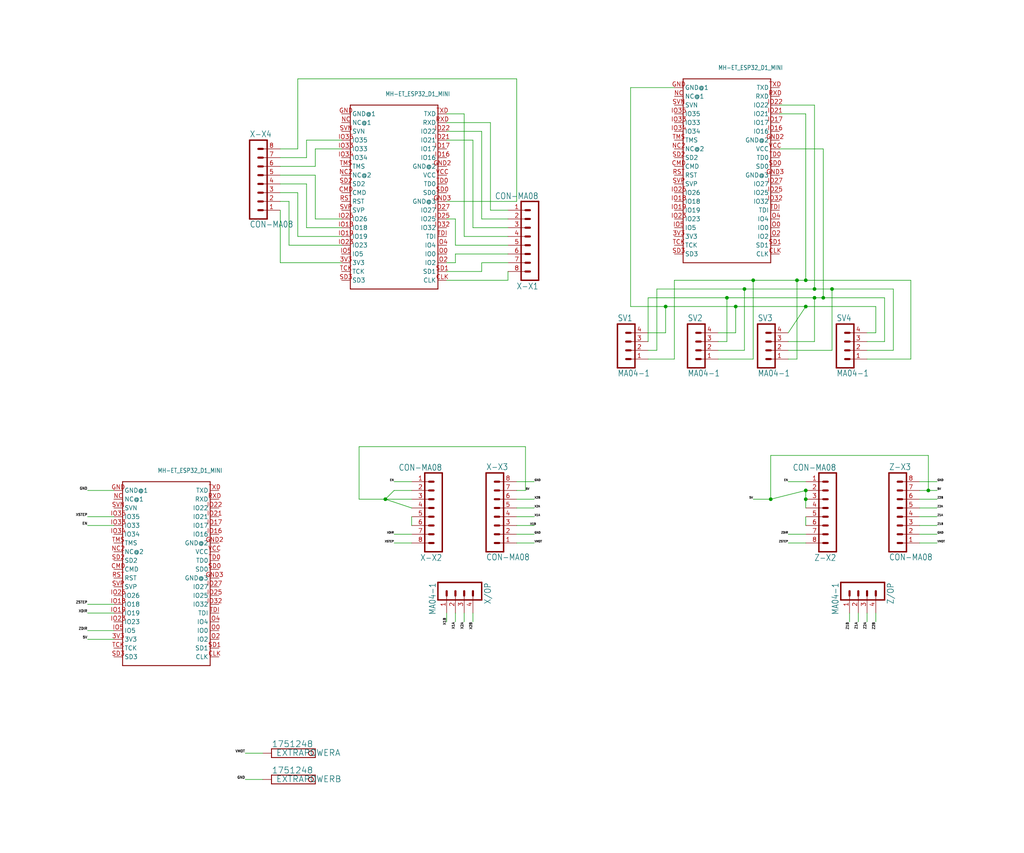
<source format=kicad_sch>
(kicad_sch (version 20211123) (generator eeschema)
  (paper "User" 297.002 247.371)
  (lib_symbols
    (symbol "UC2_Insert_Feather_v3-eagle-import:1751248"
      (property "Reference" "X" (at 1.27 -0.889 0))
      (property "Value" "1751248" (at 0 1.651 0))
      (symbol "1751248_1_0"
        (polyline (pts (xy 0 -1.27) (xy 0 1.27)) (stroke (width 0.254)))
        (polyline (pts (xy 0 1.27) (xy 12.7 1.27)) (stroke (width 0.254)))
        (polyline (pts (xy 12.7 -1.27) (xy 0 -1.27)) (stroke (width 0.254)))
        (polyline (pts (xy 12.7 -1.27) (xy 12.7 1.27)) (stroke (width 0.254)))
        (circle (center 11.43 0) (radius 0.6839) (stroke (width 0.254)))
        (pin passive line (at -2.54 0 0) (length 2.54) (name "K") (number "1"))
      )
      (symbol "1751248_2_0"
        (polyline (pts (xy 0 -1.27) (xy 0 1.27)) (stroke (width 0.254)))
        (polyline (pts (xy 0 1.27) (xy 12.7 1.27)) (stroke (width 0.254)))
        (polyline (pts (xy 12.7 -1.27) (xy 0 -1.27)) (stroke (width 0.254)))
        (polyline (pts (xy 12.7 -1.27) (xy 12.7 1.27)) (stroke (width 0.254)))
        (circle (center 11.43 0) (radius 0.6839) (stroke (width 0.254)))
        (pin passive line (at -2.54 0 0) (length 2.54) (name "K") (number "2"))
      )
    )
    (symbol "UC2_Insert_Feather_v3-eagle-import:CON-MA08"
      (property "Value" "CON-MA08" (at -3.81 -15.24 0))
      (symbol "CON-MA08_1_0"
        (polyline (pts (xy -3.81 10.16) (xy -3.81 -12.7)) (stroke (width 0.4064)))
        (polyline (pts (xy -3.81 10.16) (xy 1.27 10.16)) (stroke (width 0.4064)))
        (polyline (pts (xy -1.27 -10.16) (xy 0 -10.16)) (stroke (width 0.6096)))
        (polyline (pts (xy -1.27 -7.62) (xy 0 -7.62)) (stroke (width 0.6096)))
        (polyline (pts (xy -1.27 -5.08) (xy 0 -5.08)) (stroke (width 0.6096)))
        (polyline (pts (xy -1.27 -2.54) (xy 0 -2.54)) (stroke (width 0.6096)))
        (polyline (pts (xy -1.27 0) (xy 0 0)) (stroke (width 0.6096)))
        (polyline (pts (xy -1.27 2.54) (xy 0 2.54)) (stroke (width 0.6096)))
        (polyline (pts (xy -1.27 5.08) (xy 0 5.08)) (stroke (width 0.6096)))
        (polyline (pts (xy -1.27 7.62) (xy 0 7.62)) (stroke (width 0.6096)))
        (polyline (pts (xy 1.27 -12.7) (xy -3.81 -12.7)) (stroke (width 0.4064)))
        (polyline (pts (xy 1.27 -12.7) (xy 1.27 10.16)) (stroke (width 0.4064)))
        (pin passive line (at 5.08 -10.16 180) (length 5.08) (name "1") (number "1"))
        (pin passive line (at 5.08 -7.62 180) (length 5.08) (name "2") (number "2"))
        (pin passive line (at 5.08 -5.08 180) (length 5.08) (name "3") (number "3"))
        (pin passive line (at 5.08 -2.54 180) (length 5.08) (name "4") (number "4"))
        (pin passive line (at 5.08 0 180) (length 5.08) (name "5") (number "5"))
        (pin passive line (at 5.08 2.54 180) (length 5.08) (name "6") (number "6"))
        (pin passive line (at 5.08 5.08 180) (length 5.08) (name "7") (number "7"))
        (pin passive line (at 5.08 7.62 180) (length 5.08) (name "8") (number "8"))
      )
    )
    (symbol "UC2_Insert_Feather_v3-eagle-import:MA04-1"
      (property "Reference" "SV" (at -1.27 5.842 0))
      (property "Value" "MA04-1" (at -1.27 -10.16 0))
      (symbol "MA04-1_1_0"
        (polyline (pts (xy -1.27 5.08) (xy -1.27 -7.62)) (stroke (width 0.4064)))
        (polyline (pts (xy -1.27 5.08) (xy 3.81 5.08)) (stroke (width 0.4064)))
        (polyline (pts (xy 1.27 -5.08) (xy 2.54 -5.08)) (stroke (width 0.6096)))
        (polyline (pts (xy 1.27 -2.54) (xy 2.54 -2.54)) (stroke (width 0.6096)))
        (polyline (pts (xy 1.27 0) (xy 2.54 0)) (stroke (width 0.6096)))
        (polyline (pts (xy 1.27 2.54) (xy 2.54 2.54)) (stroke (width 0.6096)))
        (polyline (pts (xy 3.81 -7.62) (xy -1.27 -7.62)) (stroke (width 0.4064)))
        (polyline (pts (xy 3.81 -7.62) (xy 3.81 5.08)) (stroke (width 0.4064)))
        (pin passive line (at 7.62 -5.08 180) (length 5.08) (name "1") (number "1"))
        (pin passive line (at 7.62 -2.54 180) (length 5.08) (name "2") (number "2"))
        (pin passive line (at 7.62 0 180) (length 5.08) (name "3") (number "3"))
        (pin passive line (at 7.62 2.54 180) (length 5.08) (name "4") (number "4"))
      )
    )
    (symbol "UC2_Insert_Feather_v3-eagle-import:MH-ET_ESP32_D1_MINI"
      (property "Value" "MH-ET_ESP32_D1_MINI" (at -2.54 20.32 0))
      (symbol "MH-ET_ESP32_D1_MINI_1_0"
        (polyline (pts (xy -12.7 -35.56) (xy -12.7 17.78)) (stroke (width 0.254)))
        (polyline (pts (xy -12.7 17.78) (xy 12.7 17.78)) (stroke (width 0.254)))
        (polyline (pts (xy 12.7 -35.56) (xy -12.7 -35.56)) (stroke (width 0.254)))
        (polyline (pts (xy 12.7 17.78) (xy 12.7 -35.56)) (stroke (width 0.254)))
        (pin bidirectional line (at -15.24 -27.94 0) (length 2.54) (name "3V3") (number "3V3"))
        (pin bidirectional line (at 15.24 -33.02 180) (length 2.54) (name "CLK") (number "CLK"))
        (pin bidirectional line (at -15.24 -7.62 0) (length 2.54) (name "CMD") (number "CMD"))
        (pin bidirectional line (at -15.24 15.24 0) (length 2.54) (name "GND@1") (number "GND"))
        (pin bidirectional line (at 15.24 0 180) (length 2.54) (name "GND@2") (number "GND2"))
        (pin bidirectional line (at 15.24 -10.16 180) (length 2.54) (name "GND@3") (number "GND3"))
        (pin bidirectional line (at 15.24 -25.4 180) (length 2.54) (name "IO0") (number "IO0"))
        (pin bidirectional line (at 15.24 2.54 180) (length 2.54) (name "IO16") (number "IO16"))
        (pin bidirectional line (at 15.24 5.08 180) (length 2.54) (name "IO17") (number "IO17"))
        (pin bidirectional line (at -15.24 -17.78 0) (length 2.54) (name "IO18") (number "IO18"))
        (pin bidirectional line (at -15.24 -20.32 0) (length 2.54) (name "IO19") (number "IO19"))
        (pin bidirectional line (at 15.24 -27.94 180) (length 2.54) (name "IO2") (number "IO2"))
        (pin bidirectional line (at 15.24 7.62 180) (length 2.54) (name "IO21") (number "IO21"))
        (pin bidirectional line (at 15.24 10.16 180) (length 2.54) (name "IO22") (number "IO22"))
        (pin bidirectional line (at -15.24 -22.86 0) (length 2.54) (name "IO23") (number "IO23"))
        (pin bidirectional line (at 15.24 -15.24 180) (length 2.54) (name "IO25") (number "IO25"))
        (pin bidirectional line (at -15.24 -15.24 0) (length 2.54) (name "IO26") (number "IO26"))
        (pin bidirectional line (at 15.24 -12.7 180) (length 2.54) (name "IO27") (number "IO27"))
        (pin bidirectional line (at 15.24 -17.78 180) (length 2.54) (name "IO32") (number "IO32"))
        (pin bidirectional line (at -15.24 5.08 0) (length 2.54) (name "IO33") (number "IO33"))
        (pin bidirectional line (at -15.24 2.54 0) (length 2.54) (name "IO34") (number "IO34"))
        (pin bidirectional line (at -15.24 7.62 0) (length 2.54) (name "IO35") (number "IO35"))
        (pin bidirectional line (at 15.24 -22.86 180) (length 2.54) (name "IO4") (number "IO4"))
        (pin bidirectional line (at -15.24 -25.4 0) (length 2.54) (name "IO5") (number "IO5"))
        (pin bidirectional line (at -15.24 12.7 0) (length 2.54) (name "NC@1") (number "NC"))
        (pin bidirectional line (at -15.24 -2.54 0) (length 2.54) (name "NC@2") (number "NC2"))
        (pin bidirectional line (at -15.24 -10.16 0) (length 2.54) (name "RST") (number "RST"))
        (pin bidirectional line (at 15.24 12.7 180) (length 2.54) (name "RXD") (number "RXD"))
        (pin bidirectional line (at 15.24 -7.62 180) (length 2.54) (name "SD0") (number "SD0"))
        (pin bidirectional line (at 15.24 -30.48 180) (length 2.54) (name "SD1") (number "SD1"))
        (pin bidirectional line (at -15.24 -5.08 0) (length 2.54) (name "SD2") (number "SD2"))
        (pin bidirectional line (at -15.24 -33.02 0) (length 2.54) (name "SD3") (number "SD3"))
        (pin bidirectional line (at -15.24 10.16 0) (length 2.54) (name "SVN") (number "SVN"))
        (pin bidirectional line (at -15.24 -12.7 0) (length 2.54) (name "SVP") (number "SVP"))
        (pin bidirectional line (at -15.24 -30.48 0) (length 2.54) (name "TCK") (number "TCK"))
        (pin bidirectional line (at 15.24 -5.08 180) (length 2.54) (name "TD0") (number "TD0"))
        (pin bidirectional line (at 15.24 -20.32 180) (length 2.54) (name "TDI") (number "TDI"))
        (pin bidirectional line (at -15.24 0 0) (length 2.54) (name "TMS") (number "TMS"))
        (pin bidirectional line (at 15.24 15.24 180) (length 2.54) (name "TXD") (number "TXD"))
        (pin bidirectional line (at 15.24 -2.54 180) (length 2.54) (name "VCC") (number "VCC"))
      )
    )
  )
  (junction (at 241.3 83.82))
  (junction (at 210.82 86.36))
  (junction (at 111.76 144.78))
  (junction (at 215.9 83.82))
  (junction (at 233.68 88.9))
  (junction (at 233.68 81.28))
  (junction (at 223.52 144.78))
  (junction (at 231.14 81.28))
  (junction (at 218.44 81.28))
  (junction (at 193.04 88.9))
  (junction (at 213.36 88.9))
  (junction (at 269.24 142.24))
  (junction (at 233.68 142.24))
  (junction (at 233.68 144.78))
  (junction (at 236.22 86.36))
  (junction (at 238.76 86.36))
  (junction (at 236.22 83.82))
  (wire (pts (xy 119.38 139.7) (xy 114.3 139.7)))
  (wire (pts (xy 147.32 81.28) (xy 147.32 78.74)))
  (wire (pts (xy 218.44 104.14) (xy 208.28 104.14)))
  (wire (pts (xy 251.46 177.8) (xy 251.46 180.34)))
  (wire (pts (xy 241.3 101.6) (xy 228.6 101.6)))
  (wire (pts (xy 193.04 96.52) (xy 187.96 96.52)))
  (wire (pts (xy 149.86 58.42) (xy 129.54 58.42)))
  (wire (pts (xy 236.22 86.36) (xy 210.82 86.36)))
  (wire (pts (xy 91.44 48.26) (xy 81.28 48.26)))
  (wire (pts (xy 83.82 71.12) (xy 83.82 58.42)))
  (wire (pts (xy 86.36 43.18) (xy 81.28 43.18)))
  (wire (pts (xy 119.38 149.86) (xy 119.38 152.4)))
  (wire (pts (xy 248.92 177.8) (xy 248.92 180.34)))
  (wire (pts (xy 33.02 182.88) (xy 25.4 182.88)))
  (wire (pts (xy 218.44 81.28) (xy 218.44 104.14)))
  (wire (pts (xy 149.86 157.48) (xy 154.94 157.48)))
  (wire (pts (xy 226.06 30.48) (xy 236.22 30.48)))
  (wire (pts (xy 132.08 177.8) (xy 132.08 180.34)))
  (wire (pts (xy 111.76 144.78) (xy 104.14 144.78)))
  (wire (pts (xy 91.44 63.5) (xy 91.44 50.8)))
  (wire (pts (xy 236.22 30.48) (xy 236.22 83.82)))
  (wire (pts (xy 266.7 147.32) (xy 271.78 147.32)))
  (wire (pts (xy 215.9 83.82) (xy 215.9 101.6)))
  (wire (pts (xy 86.36 68.58) (xy 86.36 55.88)))
  (wire (pts (xy 231.14 104.14) (xy 228.6 104.14)))
  (wire (pts (xy 190.5 83.82) (xy 190.5 101.6)))
  (wire (pts (xy 86.36 22.86) (xy 149.86 22.86)))
  (wire (pts (xy 190.5 101.6) (xy 187.96 101.6)))
  (wire (pts (xy 137.16 177.8) (xy 137.16 180.34)))
  (wire (pts (xy 139.7 76.2) (xy 147.32 76.2)))
  (wire (pts (xy 215.9 101.6) (xy 208.28 101.6)))
  (wire (pts (xy 86.36 55.88) (xy 81.28 55.88)))
  (wire (pts (xy 238.76 86.36) (xy 236.22 86.36)))
  (wire (pts (xy 33.02 185.42) (xy 25.4 185.42)))
  (wire (pts (xy 132.08 76.2) (xy 132.08 73.66)))
  (wire (pts (xy 137.16 40.64) (xy 129.54 40.64)))
  (wire (pts (xy 241.3 83.82) (xy 241.3 101.6)))
  (wire (pts (xy 210.82 86.36) (xy 210.82 99.06)))
  (wire (pts (xy 33.02 142.24) (xy 25.4 142.24)))
  (wire (pts (xy 99.06 63.5) (xy 91.44 63.5)))
  (wire (pts (xy 91.44 43.18) (xy 91.44 48.26)))
  (wire (pts (xy 134.62 33.02) (xy 134.62 68.58)))
  (wire (pts (xy 195.58 104.14) (xy 187.96 104.14)))
  (wire (pts (xy 149.86 22.86) (xy 149.86 58.42)))
  (wire (pts (xy 210.82 99.06) (xy 208.28 99.06)))
  (wire (pts (xy 233.68 154.94) (xy 228.6 154.94)))
  (wire (pts (xy 233.68 81.28) (xy 264.16 81.28)))
  (wire (pts (xy 259.08 101.6) (xy 251.46 101.6)))
  (wire (pts (xy 236.22 99.06) (xy 228.6 99.06)))
  (wire (pts (xy 137.16 40.64) (xy 137.16 66.04)))
  (wire (pts (xy 104.14 129.54) (xy 152.4 129.54)))
  (wire (pts (xy 129.54 63.5) (xy 132.08 63.5)))
  (wire (pts (xy 149.86 139.7) (xy 154.94 139.7)))
  (wire (pts (xy 266.7 154.94) (xy 271.78 154.94)))
  (wire (pts (xy 142.24 60.96) (xy 147.32 60.96)))
  (wire (pts (xy 88.9 66.04) (xy 88.9 53.34)))
  (wire (pts (xy 193.04 88.9) (xy 193.04 96.52)))
  (wire (pts (xy 233.68 88.9) (xy 254 88.9)))
  (wire (pts (xy 129.54 38.1) (xy 139.7 38.1)))
  (wire (pts (xy 254 96.52) (xy 251.46 96.52)))
  (wire (pts (xy 119.38 154.94) (xy 114.3 154.94)))
  (wire (pts (xy 233.68 81.28) (xy 231.14 81.28)))
  (wire (pts (xy 210.82 86.36) (xy 187.96 86.36)))
  (wire (pts (xy 142.24 35.56) (xy 142.24 60.96)))
  (wire (pts (xy 119.38 147.32) (xy 111.76 144.78)))
  (wire (pts (xy 182.88 25.4) (xy 182.88 88.9)))
  (wire (pts (xy 132.08 73.66) (xy 147.32 73.66)))
  (wire (pts (xy 76.2 226.06) (xy 71.12 226.06)))
  (wire (pts (xy 241.3 83.82) (xy 259.08 83.82)))
  (wire (pts (xy 226.06 33.02) (xy 233.68 33.02)))
  (wire (pts (xy 187.96 86.36) (xy 187.96 99.06)))
  (wire (pts (xy 233.68 147.32) (xy 233.68 144.78)))
  (wire (pts (xy 33.02 149.86) (xy 25.4 149.86)))
  (wire (pts (xy 99.06 76.2) (xy 81.28 76.2)))
  (wire (pts (xy 149.86 142.24) (xy 152.4 142.24)))
  (wire (pts (xy 104.14 144.78) (xy 104.14 129.54)))
  (wire (pts (xy 129.54 177.8) (xy 129.54 180.34)))
  (wire (pts (xy 129.54 35.56) (xy 142.24 35.56)))
  (wire (pts (xy 236.22 83.82) (xy 215.9 83.82)))
  (wire (pts (xy 33.02 175.26) (xy 25.4 175.26)))
  (wire (pts (xy 132.08 71.12) (xy 147.32 71.12)))
  (wire (pts (xy 254 177.8) (xy 254 180.34)))
  (wire (pts (xy 213.36 96.52) (xy 208.28 96.52)))
  (wire (pts (xy 149.86 152.4) (xy 154.94 152.4)))
  (wire (pts (xy 238.76 43.18) (xy 238.76 86.36)))
  (wire (pts (xy 88.9 45.72) (xy 81.28 45.72)))
  (wire (pts (xy 269.24 132.08) (xy 269.24 142.24)))
  (wire (pts (xy 147.32 63.5) (xy 139.7 63.5)))
  (wire (pts (xy 195.58 81.28) (xy 195.58 104.14)))
  (wire (pts (xy 76.2 218.44) (xy 71.12 218.44)))
  (wire (pts (xy 119.38 157.48) (xy 114.3 157.48)))
  (wire (pts (xy 149.86 154.94) (xy 154.94 154.94)))
  (wire (pts (xy 195.58 25.4) (xy 182.88 25.4)))
  (wire (pts (xy 213.36 88.9) (xy 213.36 96.52)))
  (wire (pts (xy 134.62 68.58) (xy 147.32 68.58)))
  (wire (pts (xy 99.06 43.18) (xy 91.44 43.18)))
  (wire (pts (xy 134.62 33.02) (xy 129.54 33.02)))
  (wire (pts (xy 266.7 142.24) (xy 269.24 142.24)))
  (wire (pts (xy 233.68 33.02) (xy 233.68 81.28)))
  (wire (pts (xy 86.36 43.18) (xy 86.36 22.86)))
  (wire (pts (xy 129.54 76.2) (xy 132.08 76.2)))
  (wire (pts (xy 246.38 177.8) (xy 246.38 180.34)))
  (wire (pts (xy 213.36 88.9) (xy 233.68 88.9)))
  (wire (pts (xy 223.52 132.08) (xy 269.24 132.08)))
  (wire (pts (xy 259.08 83.82) (xy 259.08 101.6)))
  (wire (pts (xy 233.68 157.48) (xy 228.6 157.48)))
  (wire (pts (xy 129.54 81.28) (xy 147.32 81.28)))
  (wire (pts (xy 149.86 144.78) (xy 154.94 144.78)))
  (wire (pts (xy 266.7 149.86) (xy 271.78 149.86)))
  (wire (pts (xy 215.9 83.82) (xy 190.5 83.82)))
  (wire (pts (xy 33.02 152.4) (xy 25.4 152.4)))
  (wire (pts (xy 99.06 66.04) (xy 88.9 66.04)))
  (wire (pts (xy 114.3 142.24) (xy 111.76 144.78)))
  (wire (pts (xy 99.06 71.12) (xy 83.82 71.12)))
  (wire (pts (xy 88.9 53.34) (xy 81.28 53.34)))
  (wire (pts (xy 139.7 63.5) (xy 139.7 38.1)))
  (wire (pts (xy 91.44 50.8) (xy 81.28 50.8)))
  (wire (pts (xy 33.02 177.8) (xy 25.4 177.8)))
  (wire (pts (xy 231.14 81.28) (xy 218.44 81.28)))
  (wire (pts (xy 132.08 63.5) (xy 132.08 71.12)))
  (wire (pts (xy 256.54 86.36) (xy 256.54 99.06)))
  (wire (pts (xy 236.22 83.82) (xy 241.3 83.82)))
  (wire (pts (xy 256.54 99.06) (xy 251.46 99.06)))
  (wire (pts (xy 223.52 144.78) (xy 218.44 144.78)))
  (wire (pts (xy 264.16 104.14) (xy 251.46 104.14)))
  (wire (pts (xy 119.38 142.24) (xy 114.3 142.24)))
  (wire (pts (xy 182.88 88.9) (xy 193.04 88.9)))
  (wire (pts (xy 119.38 144.78) (xy 111.76 144.78)))
  (wire (pts (xy 266.7 152.4) (xy 271.78 152.4)))
  (wire (pts (xy 193.04 88.9) (xy 213.36 88.9)))
  (wire (pts (xy 223.52 144.78) (xy 233.68 142.24)))
  (wire (pts (xy 149.86 149.86) (xy 154.94 149.86)))
  (wire (pts (xy 152.4 129.54) (xy 152.4 142.24)))
  (wire (pts (xy 231.14 81.28) (xy 231.14 104.14)))
  (wire (pts (xy 129.54 78.74) (xy 139.7 78.74)))
  (wire (pts (xy 266.7 144.78) (xy 271.78 144.78)))
  (wire (pts (xy 254 88.9) (xy 254 96.52)))
  (wire (pts (xy 238.76 86.36) (xy 256.54 86.36)))
  (wire (pts (xy 139.7 78.74) (xy 139.7 76.2)))
  (wire (pts (xy 233.68 88.9) (xy 228.6 96.52)))
  (wire (pts (xy 99.06 68.58) (xy 86.36 68.58)))
  (wire (pts (xy 226.06 43.18) (xy 238.76 43.18)))
  (wire (pts (xy 233.68 149.86) (xy 233.68 152.4)))
  (wire (pts (xy 266.7 139.7) (xy 271.78 139.7)))
  (wire (pts (xy 88.9 40.64) (xy 88.9 45.72)))
  (wire (pts (xy 266.7 157.48) (xy 271.78 157.48)))
  (wire (pts (xy 149.86 147.32) (xy 154.94 147.32)))
  (wire (pts (xy 269.24 142.24) (xy 271.78 142.24)))
  (wire (pts (xy 137.16 66.04) (xy 147.32 66.04)))
  (wire (pts (xy 236.22 86.36) (xy 236.22 99.06)))
  (wire (pts (xy 223.52 144.78) (xy 223.52 132.08)))
  (wire (pts (xy 218.44 81.28) (xy 195.58 81.28)))
  (wire (pts (xy 83.82 58.42) (xy 81.28 58.42)))
  (wire (pts (xy 264.16 81.28) (xy 264.16 104.14)))
  (wire (pts (xy 134.62 177.8) (xy 134.62 180.34)))
  (wire (pts (xy 233.68 142.24) (xy 233.68 144.78)))
  (wire (pts (xy 81.28 76.2) (xy 81.28 60.96)))
  (wire (pts (xy 99.06 40.64) (xy 88.9 40.64)))
  (wire (pts (xy 233.68 139.7) (xy 228.6 139.7)))
  (label "Z2A" (at 251.46 180.34 270) (effects (font (size 0.7112 0.7112))))
  (label "5V" (at 218.44 144.78 180) (effects (font (size 0.569 0.569))))
  (label "5V" (at 271.78 142.24 0) (effects (font (size 0.569 0.569))))
  (label "Z1B" (at 271.78 152.4 0) (effects (font (size 0.569 0.569))))
  (label "EN" (at 228.6 139.7 180) (effects (font (size 0.569 0.569))))
  (label "X1A" (at 154.94 149.86 0) (effects (font (size 0.569 0.569))))
  (label "Z2B" (at 254 180.34 270) (effects (font (size 0.7112 0.7112))))
  (label "XSTEP" (at 114.3 157.48 180) (effects (font (size 0.569 0.569))))
  (label "X1B" (at 129.54 179.07 270) (effects (font (size 0.7112 0.7112))))
  (label "XSTEP" (at 25.4 149.86 180) (effects (font (size 0.7112 0.7112))))
  (label "GND" (at 154.94 154.94 0) (effects (font (size 0.569 0.569))))
  (label "5V" (at 25.4 185.42 180) (effects (font (size 0.7112 0.7112))))
  (label "Z1A" (at 248.92 180.34 270) (effects (font (size 0.7112 0.7112))))
  (label "Z1A" (at 271.78 149.86 0) (effects (font (size 0.569 0.569))))
  (label "EN" (at 114.3 139.7 180) (effects (font (size 0.569 0.569))))
  (label "Z2B" (at 271.78 144.78 0) (effects (font (size 0.569 0.569))))
  (label "X1B" (at 153.67 152.4 0) (effects (font (size 0.569 0.569))))
  (label "XDIR" (at 25.4 177.8 180) (effects (font (size 0.7112 0.7112))))
  (label "VMOT" (at 71.12 218.44 180) (effects (font (size 0.7112 0.7112))))
  (label "XDIR" (at 114.3 154.94 180) (effects (font (size 0.569 0.569))))
  (label "GND" (at 271.78 154.94 0) (effects (font (size 0.569 0.569))))
  (label "X1A" (at 132.08 180.34 270) (effects (font (size 0.7112 0.7112))))
  (label "ZDIR" (at 25.4 182.88 180) (effects (font (size 0.7112 0.7112))))
  (label "Z1B" (at 246.38 180.34 270) (effects (font (size 0.7112 0.7112))))
  (label "VMOT" (at 271.78 157.48 0) (effects (font (size 0.569 0.569))))
  (label "VMOT" (at 154.94 157.48 0) (effects (font (size 0.569 0.569))))
  (label "ZDIR" (at 228.6 154.94 180) (effects (font (size 0.569 0.569))))
  (label "GND" (at 25.4 142.24 180) (effects (font (size 0.7112 0.7112))))
  (label "X2B" (at 137.16 180.34 270) (effects (font (size 0.7112 0.7112))))
  (label "GND" (at 154.94 139.7 0) (effects (font (size 0.569 0.569))))
  (label "GND" (at 271.78 139.7 0) (effects (font (size 0.569 0.569))))
  (label "5V" (at 152.4 142.24 0) (effects (font (size 0.569 0.569))))
  (label "ZSTEP" (at 25.4 175.26 180) (effects (font (size 0.7112 0.7112))))
  (label "X2B" (at 154.94 144.78 0) (effects (font (size 0.569 0.569))))
  (label "X2A" (at 134.62 180.34 270) (effects (font (size 0.7112 0.7112))))
  (label "X2A" (at 154.94 147.32 0) (effects (font (size 0.569 0.569))))
  (label "GND" (at 71.12 226.06 180) (effects (font (size 0.7112 0.7112))))
  (label "EN" (at 25.4 152.4 180) (effects (font (size 0.7112 0.7112))))
  (label "Z2A" (at 271.78 147.32 0) (effects (font (size 0.569 0.569))))
  (label "ZSTEP" (at 228.6 157.48 180) (effects (font (size 0.569 0.569))))
  (symbol (lib_id "UC2_Insert_Feather_v3-eagle-import:MH-ET_ESP32_D1_MINI") (at 114.3 48.26 0)
    (property "Reference" "U$1" (effects hide))
    (property "Value" "MH-ET_ESP32_D1_MINI" (at 111.76 27.94 0) (effects (font (size 1.27 1.0795)) (justify left bottom)))
    (property "Footprint" "UC2_Insert_Feather_v3:MH-ET_ESP32_D1_MINI" (effects hide))
  )
  (symbol (lib_id "UC2_Insert_Feather_v3-eagle-import:MA04-1") (at 243.84 99.06 0)
    (property "Reference" "SV4" (at 242.57 93.218 0) (effects (font (size 1.778 1.5113)) (justify left bottom)))
    (property "Value" "MA04-1" (at 242.57 109.22 0) (effects (font (size 1.778 1.5113)) (justify left bottom)))
    (property "Footprint" "UC2_Insert_Feather_v3:MA04-1" (effects hide))
  )
  (symbol (lib_id "UC2_Insert_Feather_v3-eagle-import:MA04-1") (at 220.98 99.06 0)
    (property "Reference" "SV3" (at 219.71 93.218 0) (effects (font (size 1.778 1.5113)) (justify left bottom)))
    (property "Value" "MA04-1" (at 219.71 109.22 0) (effects (font (size 1.778 1.5113)) (justify left bottom)))
    (property "Footprint" "UC2_Insert_Feather_v3:MA04-1" (effects hide))
  )
  (symbol (lib_id "UC2_Insert_Feather_v3-eagle-import:MA04-1") (at 134.62 170.18 270)
    (property "Reference" "X/OP" (at 140.462 168.91 0) (effects (font (size 1.778 1.5113)) (justify left bottom)))
    (property "Value" "MA04-1" (at 124.46 168.91 0) (effects (font (size 1.778 1.5113)) (justify left bottom)))
    (property "Footprint" "UC2_Insert_Feather_v3:MA04-1" (effects hide))
  )
  (symbol (lib_id "UC2_Insert_Feather_v3-eagle-import:CON-MA08") (at 238.76 149.86 180)
    (property "Reference" "Z-X2" (at 242.57 160.782 0) (effects (font (size 1.778 1.5113)) (justify left bottom)))
    (property "Value" "CON-MA08" (at 242.57 134.62 0) (effects (font (size 1.778 1.5113)) (justify left bottom)))
    (property "Footprint" "UC2_Insert_Feather_v3:MA08" (effects hide))
  )
  (symbol (lib_id "UC2_Insert_Feather_v3-eagle-import:MH-ET_ESP32_D1_MINI") (at 210.82 40.64 0)
    (property "Reference" "U$2" (effects hide))
    (property "Value" "MH-ET_ESP32_D1_MINI" (at 208.28 20.32 0) (effects (font (size 1.27 1.0795)) (justify left bottom)))
    (property "Footprint" "UC2_Insert_Feather_v3:MH-ET_ESP32_D1_MINI" (effects hide))
  )
  (symbol (lib_id "UC2_Insert_Feather_v3-eagle-import:CON-MA08") (at 152.4 71.12 180)
    (property "Reference" "X-X1" (at 156.21 82.042 0) (effects (font (size 1.778 1.5113)) (justify left bottom)))
    (property "Value" "CON-MA08" (at 156.21 55.88 0) (effects (font (size 1.778 1.5113)) (justify left bottom)))
    (property "Footprint" "UC2_Insert_Feather_v3:MA08" (effects hide))
  )
  (symbol (lib_id "UC2_Insert_Feather_v3-eagle-import:1751248") (at 78.74 218.44 0)
    (property "Reference" "EXTRAPOWER" (at 80.01 219.329 0) (effects (font (size 1.778 1.778)) (justify left bottom)))
    (property "Value" "1751248" (at 78.74 216.789 0) (effects (font (size 1.778 1.778)) (justify left bottom)))
    (property "Footprint" "UC2_Insert_Feather_v3:1751248" (effects hide))
  )
  (symbol (lib_id "UC2_Insert_Feather_v3-eagle-import:MA04-1") (at 251.46 170.18 270)
    (property "Reference" "Z/OP" (at 257.302 168.91 0) (effects (font (size 1.778 1.5113)) (justify left bottom)))
    (property "Value" "MA04-1" (at 241.3 168.91 0) (effects (font (size 1.778 1.5113)) (justify left bottom)))
    (property "Footprint" "UC2_Insert_Feather_v3:MA04-1" (effects hide))
  )
  (symbol (lib_id "UC2_Insert_Feather_v3-eagle-import:CON-MA08") (at 124.46 149.86 180)
    (property "Reference" "X-X2" (at 128.27 160.782 0) (effects (font (size 1.778 1.5113)) (justify left bottom)))
    (property "Value" "CON-MA08" (at 128.27 134.62 0) (effects (font (size 1.778 1.5113)) (justify left bottom)))
    (property "Footprint" "UC2_Insert_Feather_v3:MA08" (effects hide))
  )
  (symbol (lib_id "UC2_Insert_Feather_v3-eagle-import:CON-MA08") (at 261.62 147.32 0)
    (property "Reference" "Z-X3" (at 257.81 136.398 0) (effects (font (size 1.778 1.5113)) (justify left bottom)))
    (property "Value" "CON-MA08" (at 257.81 162.56 0) (effects (font (size 1.778 1.5113)) (justify left bottom)))
    (property "Footprint" "UC2_Insert_Feather_v3:MA08" (effects hide))
  )
  (symbol (lib_id "UC2_Insert_Feather_v3-eagle-import:1751248") (at 78.74 226.06 0)
    (property "Reference" "EXTRAPOWER" (at 80.01 226.949 0) (effects (font (size 1.778 1.778)) (justify left bottom)))
    (property "Value" "1751248" (at 78.74 224.409 0) (effects (font (size 1.778 1.778)) (justify left bottom)))
    (property "Footprint" "UC2_Insert_Feather_v3:1751248" (effects hide))
  )
  (symbol (lib_id "UC2_Insert_Feather_v3-eagle-import:CON-MA08") (at 76.2 50.8 0)
    (property "Reference" "X-X4" (at 72.39 39.878 0) (effects (font (size 1.778 1.5113)) (justify left bottom)))
    (property "Value" "CON-MA08" (at 72.39 66.04 0) (effects (font (size 1.778 1.5113)) (justify left bottom)))
    (property "Footprint" "UC2_Insert_Feather_v3:MA08" (effects hide))
  )
  (symbol (lib_id "UC2_Insert_Feather_v3-eagle-import:CON-MA08") (at 144.78 147.32 0)
    (property "Reference" "X-X3" (at 140.97 136.398 0) (effects (font (size 1.778 1.5113)) (justify left bottom)))
    (property "Value" "CON-MA08" (at 140.97 162.56 0) (effects (font (size 1.778 1.5113)) (justify left bottom)))
    (property "Footprint" "UC2_Insert_Feather_v3:MA08" (effects hide))
  )
  (symbol (lib_id "UC2_Insert_Feather_v3-eagle-import:MA04-1") (at 200.66 99.06 0)
    (property "Reference" "SV2" (at 199.39 93.218 0) (effects (font (size 1.778 1.5113)) (justify left bottom)))
    (property "Value" "MA04-1" (at 199.39 109.22 0) (effects (font (size 1.778 1.5113)) (justify left bottom)))
    (property "Footprint" "UC2_Insert_Feather_v3:MA04-1" (effects hide))
  )
  (symbol (lib_id "UC2_Insert_Feather_v3-eagle-import:MH-ET_ESP32_D1_MINI") (at 48.26 157.48 0)
    (property "Reference" "U$3" (effects hide))
    (property "Value" "MH-ET_ESP32_D1_MINI" (at 45.72 137.16 0) (effects (font (size 1.27 1.0795)) (justify left bottom)))
    (property "Footprint" "UC2_Insert_Feather_v3:MH-ET_ESP32_D1_MINI" (effects hide))
  )
  (symbol (lib_id "UC2_Insert_Feather_v3-eagle-import:MA04-1") (at 180.34 99.06 0)
    (property "Reference" "SV1" (at 179.07 93.218 0) (effects (font (size 1.778 1.5113)) (justify left bottom)))
    (property "Value" "MA04-1" (at 179.07 109.22 0) (effects (font (size 1.778 1.5113)) (justify left bottom)))
    (property "Footprint" "UC2_Insert_Feather_v3:MA04-1" (effects hide))
  )
)
</source>
